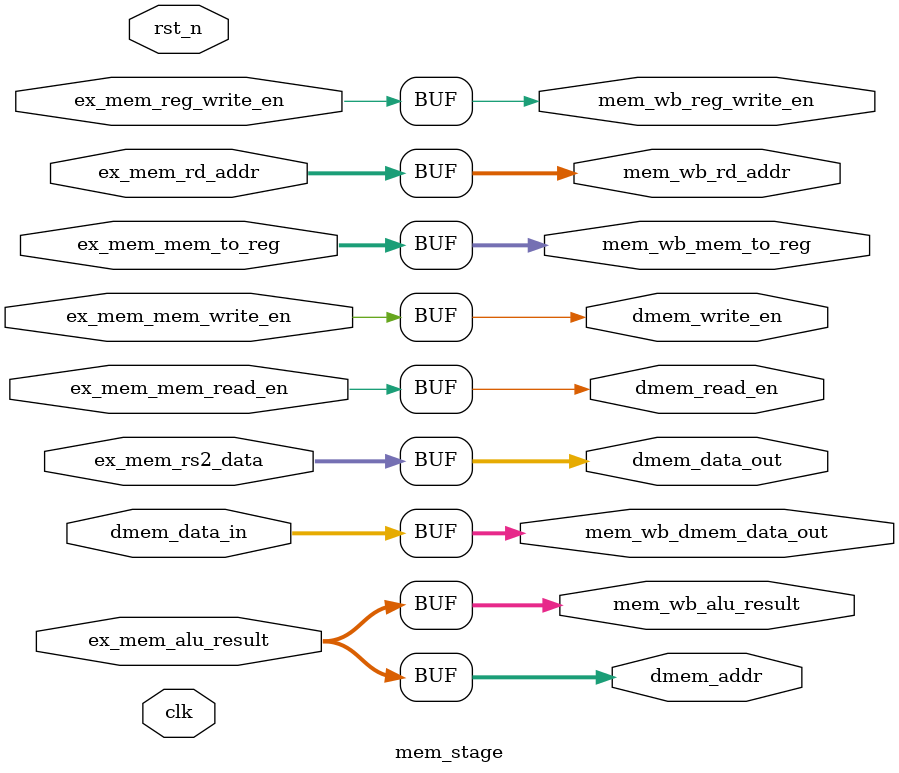
<source format=v>
`ifndef MEM_STAGE_V
`define MEM_STAGE_V

/*******************************************************************************
**
** Memory Stage
**
** This module handles memory access for load and store instructions.
**
*******************************************************************************/

module mem_stage (
    input  wire        clk,
    input  wire        rst_n,

    input  wire [31:0] ex_mem_alu_result,
    input  wire [31:0] ex_mem_rs2_data,
    input  wire [4:0]  ex_mem_rd_addr,
    input  wire        ex_mem_reg_write_en,
    input  wire        ex_mem_mem_read_en,
    input  wire        ex_mem_mem_write_en,
    input  wire [1:0]  ex_mem_mem_to_reg,

    output wire [31:0] dmem_addr,
    output wire [31:0] dmem_data_out,
    input  wire [31:0] dmem_data_in,
    output wire        dmem_read_en,
    output wire        dmem_write_en,

    output wire [31:0] mem_wb_dmem_data_out,
    output wire [31:0] mem_wb_alu_result,
    output wire [4:0]  mem_wb_rd_addr,
    output wire        mem_wb_reg_write_en,
    output wire [1:0]  mem_wb_mem_to_reg
);

    assign dmem_addr     = ex_mem_alu_result;
    assign dmem_data_out = ex_mem_rs2_data;
    assign dmem_read_en  = ex_mem_mem_read_en;
    assign dmem_write_en = ex_mem_mem_write_en;

    assign mem_wb_dmem_data_out = dmem_data_in;
    assign mem_wb_alu_result    = ex_mem_alu_result;
    assign mem_wb_rd_addr       = ex_mem_rd_addr;
    assign mem_wb_reg_write_en  = ex_mem_reg_write_en;
    assign mem_wb_mem_to_reg    = ex_mem_mem_to_reg;
endmodule

`endif
</source>
